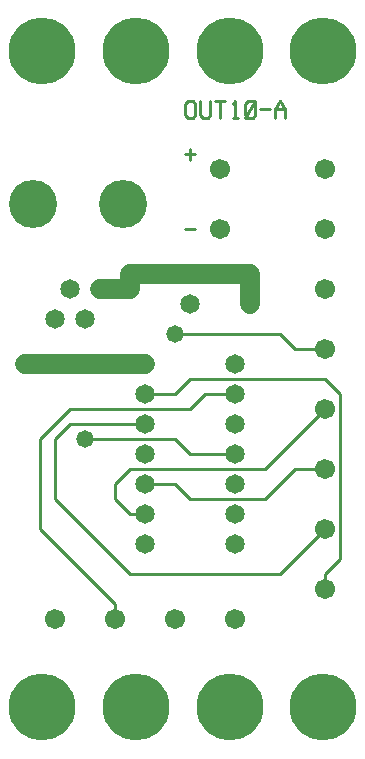
<source format=gtl>
%MOIN*%
%FSLAX25Y25*%
G04 D10 used for Character Trace; *
G04     Circle (OD=.01000) (No hole)*
G04 D11 used for Power Trace; *
G04     Circle (OD=.06700) (No hole)*
G04 D12 used for Signal Trace; *
G04     Circle (OD=.01100) (No hole)*
G04 D13 used for Via; *
G04     Circle (OD=.05800) (Round. Hole ID=.02800)*
G04 D14 used for Component hole; *
G04     Circle (OD=.06500) (Round. Hole ID=.03500)*
G04 D15 used for Component hole; *
G04     Circle (OD=.06700) (Round. Hole ID=.04300)*
G04 D16 used for Component hole; *
G04     Circle (OD=.08100) (Round. Hole ID=.05100)*
G04 D17 used for Component hole; *
G04     Circle (OD=.08900) (Round. Hole ID=.05900)*
G04 D18 used for Component hole; *
G04     Circle (OD=.11300) (Round. Hole ID=.08300)*
G04 D19 used for Component hole; *
G04     Circle (OD=.16000) (Round. Hole ID=.13000)*
G04 D20 used for Component hole; *
G04     Circle (OD=.18300) (Round. Hole ID=.15300)*
G04 D21 used for Component hole; *
G04     Circle (OD=.22291) (Round. Hole ID=.19291)*
%ADD10C,.01000*%
%ADD11C,.06700*%
%ADD12C,.01100*%
%ADD13C,.05800*%
%ADD14C,.06500*%
%ADD15C,.06700*%
%ADD16C,.08100*%
%ADD17C,.08900*%
%ADD18C,.11300*%
%ADD19C,.16000*%
%ADD20C,.18300*%
%ADD21C,.22291*%
%IPPOS*%
%LPD*%
G90*X0Y0D02*D21*X15625Y15625D03*D15*              
X40000Y45000D03*D12*Y50000D01*X15000Y75000D01*    
Y105000D01*X25000Y115000D01*X65000D01*            
X70000Y120000D01*X80000D01*D14*D03*Y130000D03*    
Y110000D03*D12*X60000Y120000D02*X65000Y125000D01* 
X50000Y120000D02*X60000D01*D14*X50000D03*         
Y130000D03*D11*X10000D01*D13*D03*D14*             
X20000Y145000D03*X30000D03*D12*X20000Y105000D02*  
X25000Y110000D01*X20000Y85000D02*Y105000D01*      
X45000Y60000D02*X20000Y85000D01*X45000Y60000D02*  
X95000D01*X110000Y75000D01*D15*D03*D12*Y60000D02* 
X115000Y65000D01*X110000Y55000D02*Y60000D01*D15*  
Y55000D03*D12*X115000Y65000D02*Y120000D01*        
X110000Y125000D01*X65000D01*D14*X50000Y110000D03* 
D12*X25000D01*D13*X30000Y105000D03*D12*X60000D01* 
X65000Y100000D01*X80000D01*D14*D03*D12*           
X45000Y95000D02*X90000D01*X40000Y90000D02*        
X45000Y95000D01*X40000Y85000D02*Y90000D01*        
X45000Y80000D02*X40000Y85000D01*X45000Y80000D02*  
X50000D01*D14*D03*D12*X65000Y85000D02*            
X60000Y90000D01*X65000Y85000D02*X90000D01*        
X100000Y95000D01*X110000D01*D15*D03*Y115000D03*   
D12*X90000Y95000D01*D14*X80000Y90000D03*Y80000D03*
Y70000D03*D12*X50000Y90000D02*X60000D01*D14*      
X50000D03*Y100000D03*Y70000D03*D15*               
X20000Y45000D03*X60000D03*X80000D03*D12*          
X100000Y135000D02*X95000Y140000D01*               
X100000Y135000D02*X110000D01*D15*D03*D12*         
X60000Y140000D02*X95000D01*D13*X60000D03*D14*     
X65000Y150000D03*D11*X35000Y155000D02*X45000D01*  
D14*X35000D03*D11*X45000D02*Y160000D01*X85000D01* 
Y150000D01*D14*D03*D15*X110000Y175000D03*         
Y155000D03*X75000Y175000D03*D10*X63326D02*        
X66674D01*D19*X42500Y183500D03*D15*               
X110000Y195000D03*X75000D03*D10*X63326Y200000D02* 
X66674D01*X65000Y201914D02*Y198086D01*D14*        
X25000Y155000D03*D10*X66674Y213086D02*            
X65837Y212129D01*X64163D01*X63326Y213086D01*      
Y216914D01*X64163Y217871D01*X65837D01*            
X66674Y216914D01*Y213086D01*X71674Y217871D02*     
Y213086D01*X70837Y212129D01*X69163D01*            
X68326Y213086D01*Y217871D01*X75000Y212129D02*     
Y217871D01*X73326D02*X76674D01*X79163Y216914D02*  
X80000Y217871D01*Y212129D01*X79163D02*X80837D01*  
X86674Y213086D02*X85837Y212129D01*X84163D01*      
X83326Y213086D01*Y216914D01*X84163Y217871D01*     
X85837D01*X86674Y216914D01*Y213086D01*            
X83326Y212129D02*X86674Y217871D01*                
X88326Y215000D02*X91674D01*X93326Y212129D02*      
Y215000D01*X95000Y217871D01*X96674Y215000D01*     
Y212129D01*X93326Y215000D02*X96674D01*D19*        
X12500Y183500D03*D21*X109375Y234375D03*X78125D03* 
X46875D03*X15625D03*X46875Y15625D03*X78125D03*    
X109375D03*M02*                                   

</source>
